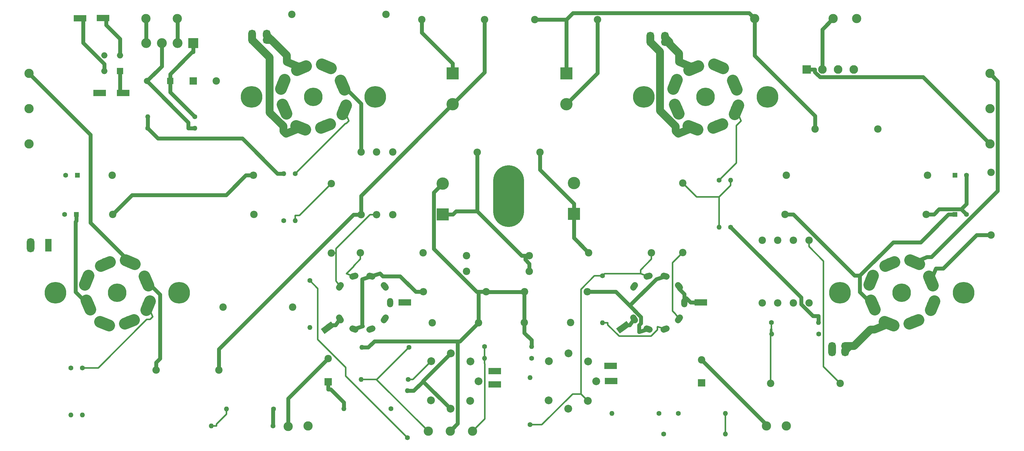
<source format=gbr>
G04 #@! TF.GenerationSoftware,KiCad,Pcbnew,(5.0.0)*
G04 #@! TF.CreationDate,2020-05-22T12:26:50+01:00*
G04 #@! TF.ProjectId,KIT88,4B495438382E6B696361645F70636200,rev?*
G04 #@! TF.SameCoordinates,Original*
G04 #@! TF.FileFunction,Copper,L2,Bot,Signal*
G04 #@! TF.FilePolarity,Positive*
%FSLAX46Y46*%
G04 Gerber Fmt 4.6, Leading zero omitted, Abs format (unit mm)*
G04 Created by KiCad (PCBNEW (5.0.0)) date 05/22/20 12:26:50*
%MOMM*%
%LPD*%
G01*
G04 APERTURE LIST*
G04 #@! TA.AperFunction,ComponentPad*
%ADD10C,3.000000*%
G04 #@! TD*
G04 #@! TA.AperFunction,ComponentPad*
%ADD11R,2.000000X2.100000*%
G04 #@! TD*
G04 #@! TA.AperFunction,ComponentPad*
%ADD12C,2.000000*%
G04 #@! TD*
G04 #@! TA.AperFunction,Conductor*
%ADD13C,0.100000*%
G04 #@! TD*
G04 #@! TA.AperFunction,ComponentPad*
%ADD14R,2.100000X2.000000*%
G04 #@! TD*
G04 #@! TA.AperFunction,ComponentPad*
%ADD15C,2.540000*%
G04 #@! TD*
G04 #@! TA.AperFunction,Conductor*
%ADD16C,2.000000*%
G04 #@! TD*
G04 #@! TA.AperFunction,ComponentPad*
%ADD17O,2.000000X3.000000*%
G04 #@! TD*
G04 #@! TA.AperFunction,ComponentPad*
%ADD18C,7.000000*%
G04 #@! TD*
G04 #@! TA.AperFunction,ComponentPad*
%ADD19C,6.000000*%
G04 #@! TD*
G04 #@! TA.AperFunction,ComponentPad*
%ADD20C,3.800000*%
G04 #@! TD*
G04 #@! TA.AperFunction,Conductor*
%ADD21C,3.800000*%
G04 #@! TD*
G04 #@! TA.AperFunction,ComponentPad*
%ADD22R,2.000000X2.000000*%
G04 #@! TD*
G04 #@! TA.AperFunction,ComponentPad*
%ADD23O,2.000000X2.000000*%
G04 #@! TD*
G04 #@! TA.AperFunction,ComponentPad*
%ADD24O,2.400000X2.400000*%
G04 #@! TD*
G04 #@! TA.AperFunction,ComponentPad*
%ADD25C,2.400000*%
G04 #@! TD*
G04 #@! TA.AperFunction,ComponentPad*
%ADD26C,2.800000*%
G04 #@! TD*
G04 #@! TA.AperFunction,ComponentPad*
%ADD27R,2.800000X2.800000*%
G04 #@! TD*
G04 #@! TA.AperFunction,ComponentPad*
%ADD28C,3.200000*%
G04 #@! TD*
G04 #@! TA.AperFunction,ComponentPad*
%ADD29R,3.200000X3.200000*%
G04 #@! TD*
G04 #@! TA.AperFunction,ComponentPad*
%ADD30C,4.000000*%
G04 #@! TD*
G04 #@! TA.AperFunction,ComponentPad*
%ADD31R,4.000000X4.000000*%
G04 #@! TD*
G04 #@! TA.AperFunction,ComponentPad*
%ADD32R,2.400000X2.400000*%
G04 #@! TD*
G04 #@! TA.AperFunction,ComponentPad*
%ADD33R,1.600000X1.600000*%
G04 #@! TD*
G04 #@! TA.AperFunction,ComponentPad*
%ADD34C,1.600000*%
G04 #@! TD*
G04 #@! TA.AperFunction,ComponentPad*
%ADD35O,1.600000X1.600000*%
G04 #@! TD*
G04 #@! TA.AperFunction,ComponentPad*
%ADD36O,10.000000X20.000000*%
G04 #@! TD*
G04 #@! TA.AperFunction,Conductor*
%ADD37C,1.270000*%
G04 #@! TD*
G04 #@! TA.AperFunction,Conductor*
%ADD38C,0.508000*%
G04 #@! TD*
G04 #@! TA.AperFunction,Conductor*
%ADD39C,2.540000*%
G04 #@! TD*
G04 APERTURE END LIST*
D10*
G04 #@! TO.P,TP1,1*
G04 #@! TO.N,/V3Anode*
X19050000Y-119380000D03*
G04 #@! TD*
G04 #@! TO.P,TP2,1*
G04 #@! TO.N,/TR2*
X56921400Y-101600000D03*
G04 #@! TD*
G04 #@! TO.P,TP6,1*
G04 #@! TO.N,/V1Anode*
X19050000Y-130810000D03*
G04 #@! TD*
G04 #@! TO.P,TP7,1*
G04 #@! TO.N,510v*
X19050000Y-142240000D03*
G04 #@! TD*
G04 #@! TO.P,TP8,1*
G04 #@! TO.N,510v*
X330200000Y-142240000D03*
G04 #@! TD*
G04 #@! TO.P,TP9,1*
G04 #@! TO.N,225v*
X254000000Y-101600000D03*
G04 #@! TD*
G04 #@! TO.P,TP10,1*
G04 #@! TO.N,/TR1*
X287020000Y-101600000D03*
G04 #@! TD*
G04 #@! TO.P,TP11,1*
G04 #@! TO.N,/TR6*
X279400000Y-101600000D03*
G04 #@! TD*
G04 #@! TO.P,TP12,1*
G04 #@! TO.N,/V2Anode*
X330200000Y-130810000D03*
G04 #@! TD*
G04 #@! TO.P,TP13,1*
G04 #@! TO.N,/V4Anode*
X330200000Y-119380000D03*
G04 #@! TD*
G04 #@! TO.P,TP14,1*
G04 #@! TO.N,GND*
X155410000Y-235344000D03*
G04 #@! TD*
G04 #@! TO.P,TP15,1*
G04 #@! TO.N,/FBR*
X109360000Y-233680000D03*
G04 #@! TD*
G04 #@! TO.P,TP16,1*
G04 #@! TO.N,/Signal1R*
X148298000Y-235344000D03*
G04 #@! TD*
G04 #@! TO.P,TP18,1*
G04 #@! TO.N,/Signal1L*
X162649000Y-235344000D03*
G04 #@! TD*
G04 #@! TO.P,TP19,1*
G04 #@! TO.N,/FBL*
X264287000Y-233680000D03*
G04 #@! TD*
G04 #@! TO.P,TP20,1*
G04 #@! TO.N,GND*
X257823000Y-233680000D03*
G04 #@! TD*
G04 #@! TO.P,TP21,1*
G04 #@! TO.N,GND*
X102959000Y-233832000D03*
G04 #@! TD*
G04 #@! TO.P,TP3,1*
G04 #@! TO.N,/TR5*
X67056000Y-101600000D03*
G04 #@! TD*
D11*
G04 #@! TO.P,TP100,1*
G04 #@! TO.N,/V1H+*
X91262200Y-108496000D03*
X91262200Y-106464000D03*
G04 #@! TD*
G04 #@! TO.P,TP101,1*
G04 #@! TO.N,/V1H-*
X96050100Y-106464000D03*
X96050100Y-108496000D03*
G04 #@! TD*
G04 #@! TO.P,TP200,1*
G04 #@! TO.N,/V2H+*
X220180000Y-109156000D03*
X220180000Y-107124000D03*
G04 #@! TD*
G04 #@! TO.P,TP201,1*
G04 #@! TO.N,/V2H-*
X224968000Y-107150000D03*
X224968000Y-109182000D03*
G04 #@! TD*
G04 #@! TO.P,TP300,1*
G04 #@! TO.N,/V3H+*
X19545300Y-176098000D03*
X19545300Y-174066000D03*
G04 #@! TD*
G04 #@! TO.P,TP301,1*
G04 #@! TO.N,/V3H-*
X25311100Y-174092000D03*
X25311100Y-176124000D03*
G04 #@! TD*
G04 #@! TO.P,TP400,1*
G04 #@! TO.N,/V4H+*
X283274000Y-209791000D03*
X283274000Y-207759000D03*
G04 #@! TD*
G04 #@! TO.P,TP401,1*
G04 #@! TO.N,/V4H-*
X279082000Y-207759000D03*
X279082000Y-209791000D03*
G04 #@! TD*
D12*
G04 #@! TO.P,TP50,1*
G04 #@! TO.N,/V5H-*
X116603923Y-201205620D03*
D13*
G04 #@! TD*
G04 #@! TO.N,/V5H-*
G04 #@! TO.C,TP50*
G36*
X116342240Y-202631812D02*
X115166670Y-201013778D01*
X116865606Y-199779428D01*
X118041176Y-201397462D01*
X116342240Y-202631812D01*
X116342240Y-202631812D01*
G37*
D12*
G04 #@! TO.P,TP50,1*
G04 #@! TO.N,/V5H-*
X114960000Y-202400000D03*
D13*
G04 #@! TD*
G04 #@! TO.N,/V5H-*
G04 #@! TO.C,TP50*
G36*
X114698317Y-203826192D02*
X113522747Y-202208158D01*
X115221683Y-200973808D01*
X116397253Y-202591842D01*
X114698317Y-203826192D01*
X114698317Y-203826192D01*
G37*
D14*
G04 #@! TO.P,TP51,1*
G04 #@! TO.N,/V5H+*
X141707000Y-193650000D03*
X139675000Y-193650000D03*
G04 #@! TD*
D12*
G04 #@! TO.P,TP60,1*
G04 #@! TO.N,/V6H-*
X212247923Y-201078620D03*
D13*
G04 #@! TD*
G04 #@! TO.N,/V6H-*
G04 #@! TO.C,TP60*
G36*
X211986240Y-202504812D02*
X210810670Y-200886778D01*
X212509606Y-199652428D01*
X213685176Y-201270462D01*
X211986240Y-202504812D01*
X211986240Y-202504812D01*
G37*
D12*
G04 #@! TO.P,TP60,1*
G04 #@! TO.N,/V6H-*
X210604000Y-202273000D03*
D13*
G04 #@! TD*
G04 #@! TO.N,/V6H-*
G04 #@! TO.C,TP60*
G36*
X210342317Y-203699192D02*
X209166747Y-202081158D01*
X210865683Y-200846808D01*
X212041253Y-202464842D01*
X210342317Y-203699192D01*
X210342317Y-203699192D01*
G37*
D14*
G04 #@! TO.P,TP61,1*
G04 #@! TO.N,/V6H+*
X237617000Y-193650000D03*
X235585000Y-193650000D03*
G04 #@! TD*
G04 #@! TO.P,TP80,1*
G04 #@! TO.N,/V8H-*
X208572000Y-219100000D03*
X206540000Y-219100000D03*
G04 #@! TD*
G04 #@! TO.P,TP81,1*
G04 #@! TO.N,/V8H+*
X208394000Y-214211000D03*
X206362000Y-214211000D03*
G04 #@! TD*
G04 #@! TO.P,TP90,1*
G04 #@! TO.N,/Stage1Heater+*
X50546000Y-125730000D03*
X48514000Y-125730000D03*
G04 #@! TD*
G04 #@! TO.P,TP91,1*
G04 #@! TO.N,/Stage1Heater-*
X42926000Y-125730000D03*
X40894000Y-125730000D03*
G04 #@! TD*
G04 #@! TO.P,TP70,1*
G04 #@! TO.N,/V7H-*
X170878000Y-220167000D03*
X168846000Y-220167000D03*
G04 #@! TD*
G04 #@! TO.P,TP71,1*
G04 #@! TO.N,/V7H+*
X170878000Y-215900000D03*
X168846000Y-215900000D03*
G04 #@! TD*
G04 #@! TO.P,TP5,1*
G04 #@! TO.N,/TR4*
X43992800Y-101410000D03*
X41960800Y-101410000D03*
G04 #@! TD*
G04 #@! TO.P,TP4,1*
G04 #@! TO.N,/TR3*
X36563300Y-101511000D03*
X34531300Y-101511000D03*
G04 #@! TD*
D15*
G04 #@! TO.P,U7,7*
G04 #@! TO.N,/U7Cathode*
X149158749Y-225377493D03*
G04 #@! TO.P,U7,6*
G04 #@! TO.N,/U7Grid*
X155498468Y-228068545D03*
G04 #@! TO.P,U7,5*
G04 #@! TO.N,/Signal2R*
X161877493Y-225491251D03*
G04 #@! TO.P,U7,4*
G04 #@! TO.N,/V7H-*
X164568545Y-219151532D03*
G04 #@! TO.P,U7,3*
G04 #@! TO.N,/V7H+*
X161991251Y-212772507D03*
G04 #@! TO.P,U7,2*
G04 #@! TO.N,/U7Grid*
X155651532Y-210081455D03*
G04 #@! TO.P,U7,1*
G04 #@! TO.N,/V7Input*
X149272507Y-212658749D03*
G04 #@! TD*
G04 #@! TO.P,U8,7*
G04 #@! TO.N,/U8Cathode*
X187258749Y-225377493D03*
G04 #@! TO.P,U8,6*
G04 #@! TO.N,/U8Grid*
X193598468Y-228068545D03*
G04 #@! TO.P,U8,5*
G04 #@! TO.N,/Signal2L*
X199977493Y-225491251D03*
G04 #@! TO.P,U8,4*
G04 #@! TO.N,/V8H-*
X202668545Y-219151532D03*
G04 #@! TO.P,U8,3*
G04 #@! TO.N,/V8H+*
X200091251Y-212772507D03*
G04 #@! TO.P,U8,2*
G04 #@! TO.N,/U8Grid*
X193751532Y-210081455D03*
G04 #@! TO.P,U8,1*
G04 #@! TO.N,/V8Input*
X187372507Y-212658749D03*
G04 #@! TD*
D12*
G04 #@! TO.P,U5,1*
G04 #@! TO.N,/Signal3Ra*
X119720000Y-188385000D03*
D16*
G04 #@! TD*
G04 #@! TO.N,/Signal3Ra*
G04 #@! TO.C,U5*
X119426107Y-188789508D02*
X120013893Y-187980492D01*
D12*
G04 #@! TO.P,U5,2*
G04 #@! TO.N,/Signal2R*
X124220000Y-185115000D03*
D16*
G04 #@! TD*
G04 #@! TO.N,/Signal2R*
G04 #@! TO.C,U5*
X123744472Y-185269508D02*
X124695528Y-184960492D01*
D12*
G04 #@! TO.P,U5,3*
G04 #@! TO.N,/U5Cathode*
X129780000Y-185115000D03*
D16*
G04 #@! TD*
G04 #@! TO.N,/U5Cathode*
G04 #@! TO.C,U5*
X129304472Y-184960492D02*
X130255528Y-185269508D01*
D12*
G04 #@! TO.P,U5,4*
G04 #@! TO.N,/V5H+*
X134280000Y-188385000D03*
D16*
G04 #@! TD*
G04 #@! TO.N,/V5H+*
G04 #@! TO.C,U5*
X133986107Y-187980492D02*
X134573893Y-188789508D01*
D17*
G04 #@! TO.P,U5,5*
G04 #@! TO.N,/V5H+*
X136000000Y-193675000D03*
D12*
G04 #@! TO.P,U5,6*
G04 #@! TO.N,/Signal3Rb*
X134280000Y-198965000D03*
D16*
G04 #@! TD*
G04 #@! TO.N,/Signal3Rb*
G04 #@! TO.C,U5*
X133986107Y-199369508D02*
X134573893Y-198560492D01*
D12*
G04 #@! TO.P,U5,7*
G04 #@! TO.N,/Signal3R*
X129780000Y-202235000D03*
D16*
G04 #@! TD*
G04 #@! TO.N,/Signal3R*
G04 #@! TO.C,U5*
X129304472Y-202389508D02*
X130255528Y-202080492D01*
D12*
G04 #@! TO.P,U5,8*
G04 #@! TO.N,/U5Cathode*
X124220000Y-202235000D03*
D16*
G04 #@! TD*
G04 #@! TO.N,/U5Cathode*
G04 #@! TO.C,U5*
X123744472Y-202080492D02*
X124695528Y-202389508D01*
D12*
G04 #@! TO.P,U5,9*
G04 #@! TO.N,/V5H-*
X119720000Y-198965000D03*
D16*
G04 #@! TD*
G04 #@! TO.N,/V5H-*
G04 #@! TO.C,U5*
X119426107Y-198560492D02*
X120013893Y-199369508D01*
D12*
G04 #@! TO.P,U6,1*
G04 #@! TO.N,/Signal3La*
X214970000Y-188385000D03*
D16*
G04 #@! TD*
G04 #@! TO.N,/Signal3La*
G04 #@! TO.C,U6*
X214676107Y-188789508D02*
X215263893Y-187980492D01*
D12*
G04 #@! TO.P,U6,2*
G04 #@! TO.N,/Signal2L*
X219470000Y-185115000D03*
D16*
G04 #@! TD*
G04 #@! TO.N,/Signal2L*
G04 #@! TO.C,U6*
X218994472Y-185269508D02*
X219945528Y-184960492D01*
D12*
G04 #@! TO.P,U6,3*
G04 #@! TO.N,/U6Cathode*
X225030000Y-185115000D03*
D16*
G04 #@! TD*
G04 #@! TO.N,/U6Cathode*
G04 #@! TO.C,U6*
X224554472Y-184960492D02*
X225505528Y-185269508D01*
D12*
G04 #@! TO.P,U6,4*
G04 #@! TO.N,/V6H+*
X229530000Y-188385000D03*
D16*
G04 #@! TD*
G04 #@! TO.N,/V6H+*
G04 #@! TO.C,U6*
X229236107Y-187980492D02*
X229823893Y-188789508D01*
D17*
G04 #@! TO.P,U6,5*
G04 #@! TO.N,/V6H+*
X231250000Y-193675000D03*
D12*
G04 #@! TO.P,U6,6*
G04 #@! TO.N,/Signal3Lb*
X229530000Y-198965000D03*
D16*
G04 #@! TD*
G04 #@! TO.N,/Signal3Lb*
G04 #@! TO.C,U6*
X229236107Y-199369508D02*
X229823893Y-198560492D01*
D12*
G04 #@! TO.P,U6,7*
G04 #@! TO.N,/Signal3L*
X225030000Y-202235000D03*
D16*
G04 #@! TD*
G04 #@! TO.N,/Signal3L*
G04 #@! TO.C,U6*
X224554472Y-202389508D02*
X225505528Y-202080492D01*
D12*
G04 #@! TO.P,U6,8*
G04 #@! TO.N,/U6Cathode*
X219470000Y-202235000D03*
D16*
G04 #@! TD*
G04 #@! TO.N,/U6Cathode*
G04 #@! TO.C,U6*
X218994472Y-202080492D02*
X219945528Y-202389508D01*
D12*
G04 #@! TO.P,U6,9*
G04 #@! TO.N,/V6H-*
X214970000Y-198965000D03*
D16*
G04 #@! TD*
G04 #@! TO.N,/V6H-*
G04 #@! TO.C,U6*
X214676107Y-198560492D02*
X215263893Y-199369508D01*
D18*
G04 #@! TO.P,U2,10*
G04 #@! TO.N,N/C*
X258125000Y-127000000D03*
G04 #@! TO.P,U2,9*
X218125000Y-127000000D03*
D19*
G04 #@! TO.P,U2,*
G04 #@! TO.N,*
X238125000Y-127000000D03*
D20*
G04 #@! TO.P,U2,8*
G04 #@! TO.N,/V2Cathode*
X228738384Y-130888064D03*
D21*
G04 #@! TD*
G04 #@! TO.N,/V2Cathode*
G04 #@! TO.C,U2*
X229350677Y-132366271D02*
X228126091Y-129409857D01*
D20*
G04 #@! TO.P,U2,7*
G04 #@! TO.N,/V2H+*
X234001086Y-136956010D03*
D21*
G04 #@! TD*
G04 #@! TO.N,/V2H+*
G04 #@! TO.C,U2*
X235479293Y-137568303D02*
X232522879Y-136343717D01*
D20*
G04 #@! TO.P,U2,6*
G04 #@! TO.N,N/C*
X242013064Y-136386616D03*
D21*
G04 #@! TD*
G04 #@! TO.N,N/C*
G04 #@! TO.C,U2*
X240534857Y-136998909D02*
X243491271Y-135774323D01*
D20*
G04 #@! TO.P,U2,5*
G04 #@! TO.N,/Signal5Lb*
X248081010Y-131123914D03*
D21*
G04 #@! TD*
G04 #@! TO.N,/Signal5Lb*
G04 #@! TO.C,U2*
X247468717Y-132602121D02*
X248693303Y-129645707D01*
D20*
G04 #@! TO.P,U2,4*
G04 #@! TO.N,/V2Grid*
X247511616Y-123111936D03*
D21*
G04 #@! TD*
G04 #@! TO.N,/V2Grid*
G04 #@! TO.C,U2*
X248123909Y-124590143D02*
X246899323Y-121633729D01*
D20*
G04 #@! TO.P,U2,3*
G04 #@! TO.N,/V2Anode*
X242248914Y-117043990D03*
D21*
G04 #@! TD*
G04 #@! TO.N,/V2Anode*
G04 #@! TO.C,U2*
X240770707Y-116431697D02*
X243727121Y-117656283D01*
D20*
G04 #@! TO.P,U2,2*
G04 #@! TO.N,/V2H-*
X234236936Y-117613384D03*
D21*
G04 #@! TD*
G04 #@! TO.N,/V2H-*
G04 #@! TO.C,U2*
X235715143Y-117001091D02*
X232758729Y-118225677D01*
D20*
G04 #@! TO.P,U2,1*
G04 #@! TO.N,N/C*
X228168990Y-122876086D03*
D21*
G04 #@! TD*
G04 #@! TO.N,N/C*
G04 #@! TO.C,U2*
X227556697Y-124354293D02*
X228781283Y-121397879D01*
D18*
G04 #@! TO.P,U4,10*
G04 #@! TO.N,N/C*
X321625000Y-190500000D03*
G04 #@! TO.P,U4,9*
X281625000Y-190500000D03*
D19*
G04 #@! TO.P,U4,*
G04 #@! TO.N,*
X301625000Y-190500000D03*
D20*
G04 #@! TO.P,U4,8*
G04 #@! TO.N,/V4Cathode*
X292238384Y-194388064D03*
D21*
G04 #@! TD*
G04 #@! TO.N,/V4Cathode*
G04 #@! TO.C,U4*
X292850677Y-195866271D02*
X291626091Y-192909857D01*
D20*
G04 #@! TO.P,U4,7*
G04 #@! TO.N,/V4H+*
X297501086Y-200456010D03*
D21*
G04 #@! TD*
G04 #@! TO.N,/V4H+*
G04 #@! TO.C,U4*
X298979293Y-201068303D02*
X296022879Y-199843717D01*
D20*
G04 #@! TO.P,U4,6*
G04 #@! TO.N,N/C*
X305513064Y-199886616D03*
D21*
G04 #@! TD*
G04 #@! TO.N,N/C*
G04 #@! TO.C,U4*
X304034857Y-200498909D02*
X306991271Y-199274323D01*
D20*
G04 #@! TO.P,U4,5*
G04 #@! TO.N,/Signal5La*
X311581010Y-194623914D03*
D21*
G04 #@! TD*
G04 #@! TO.N,/Signal5La*
G04 #@! TO.C,U4*
X310968717Y-196102121D02*
X312193303Y-193145707D01*
D20*
G04 #@! TO.P,U4,4*
G04 #@! TO.N,/V4Grid*
X311011616Y-186611936D03*
D21*
G04 #@! TD*
G04 #@! TO.N,/V4Grid*
G04 #@! TO.C,U4*
X311623909Y-188090143D02*
X310399323Y-185133729D01*
D20*
G04 #@! TO.P,U4,3*
G04 #@! TO.N,/V4Anode*
X305748914Y-180543990D03*
D21*
G04 #@! TD*
G04 #@! TO.N,/V4Anode*
G04 #@! TO.C,U4*
X304270707Y-179931697D02*
X307227121Y-181156283D01*
D20*
G04 #@! TO.P,U4,2*
G04 #@! TO.N,/V4H-*
X297736936Y-181113384D03*
D21*
G04 #@! TD*
G04 #@! TO.N,/V4H-*
G04 #@! TO.C,U4*
X299215143Y-180501091D02*
X296258729Y-181725677D01*
D20*
G04 #@! TO.P,U4,1*
G04 #@! TO.N,N/C*
X291668990Y-186376086D03*
D21*
G04 #@! TD*
G04 #@! TO.N,N/C*
G04 #@! TO.C,U4*
X291056697Y-187854293D02*
X292281283Y-184897879D01*
D18*
G04 #@! TO.P,U1,10*
G04 #@! TO.N,N/C*
X131125000Y-127000000D03*
G04 #@! TO.P,U1,9*
X91125000Y-127000000D03*
D19*
G04 #@! TO.P,U1,*
G04 #@! TO.N,*
X111125000Y-127000000D03*
D20*
G04 #@! TO.P,U1,8*
G04 #@! TO.N,/V1Cathode*
X101738384Y-130888064D03*
D21*
G04 #@! TD*
G04 #@! TO.N,/V1Cathode*
G04 #@! TO.C,U1*
X102350677Y-132366271D02*
X101126091Y-129409857D01*
D20*
G04 #@! TO.P,U1,7*
G04 #@! TO.N,/V1H+*
X107001086Y-136956010D03*
D21*
G04 #@! TD*
G04 #@! TO.N,/V1H+*
G04 #@! TO.C,U1*
X108479293Y-137568303D02*
X105522879Y-136343717D01*
D20*
G04 #@! TO.P,U1,6*
G04 #@! TO.N,N/C*
X115013064Y-136386616D03*
D21*
G04 #@! TD*
G04 #@! TO.N,N/C*
G04 #@! TO.C,U1*
X113534857Y-136998909D02*
X116491271Y-135774323D01*
D20*
G04 #@! TO.P,U1,5*
G04 #@! TO.N,/Signal5Ra*
X121081010Y-131123914D03*
D21*
G04 #@! TD*
G04 #@! TO.N,/Signal5Ra*
G04 #@! TO.C,U1*
X120468717Y-132602121D02*
X121693303Y-129645707D01*
D20*
G04 #@! TO.P,U1,4*
G04 #@! TO.N,/V1Grid*
X120511616Y-123111936D03*
D21*
G04 #@! TD*
G04 #@! TO.N,/V1Grid*
G04 #@! TO.C,U1*
X121123909Y-124590143D02*
X119899323Y-121633729D01*
D20*
G04 #@! TO.P,U1,3*
G04 #@! TO.N,/V1Anode*
X115248914Y-117043990D03*
D21*
G04 #@! TD*
G04 #@! TO.N,/V1Anode*
G04 #@! TO.C,U1*
X113770707Y-116431697D02*
X116727121Y-117656283D01*
D20*
G04 #@! TO.P,U1,2*
G04 #@! TO.N,/V1H-*
X107236936Y-117613384D03*
D21*
G04 #@! TD*
G04 #@! TO.N,/V1H-*
G04 #@! TO.C,U1*
X108715143Y-117001091D02*
X105758729Y-118225677D01*
D20*
G04 #@! TO.P,U1,1*
G04 #@! TO.N,N/C*
X101168990Y-122876086D03*
D21*
G04 #@! TD*
G04 #@! TO.N,N/C*
G04 #@! TO.C,U1*
X100556697Y-124354293D02*
X101781283Y-121397879D01*
D18*
G04 #@! TO.P,U3,10*
G04 #@! TO.N,N/C*
X67625000Y-190500000D03*
G04 #@! TO.P,U3,9*
X27625000Y-190500000D03*
D19*
G04 #@! TO.P,U3,*
G04 #@! TO.N,*
X47625000Y-190500000D03*
D20*
G04 #@! TO.P,U3,8*
G04 #@! TO.N,/V3Cathode*
X38238384Y-194388064D03*
D21*
G04 #@! TD*
G04 #@! TO.N,/V3Cathode*
G04 #@! TO.C,U3*
X38850677Y-195866271D02*
X37626091Y-192909857D01*
D20*
G04 #@! TO.P,U3,7*
G04 #@! TO.N,/V3H+*
X43501086Y-200456010D03*
D21*
G04 #@! TD*
G04 #@! TO.N,/V3H+*
G04 #@! TO.C,U3*
X44979293Y-201068303D02*
X42022879Y-199843717D01*
D20*
G04 #@! TO.P,U3,6*
G04 #@! TO.N,N/C*
X51513064Y-199886616D03*
D21*
G04 #@! TD*
G04 #@! TO.N,N/C*
G04 #@! TO.C,U3*
X50034857Y-200498909D02*
X52991271Y-199274323D01*
D20*
G04 #@! TO.P,U3,5*
G04 #@! TO.N,/Signal5Rb*
X57581010Y-194623914D03*
D21*
G04 #@! TD*
G04 #@! TO.N,/Signal5Rb*
G04 #@! TO.C,U3*
X56968717Y-196102121D02*
X58193303Y-193145707D01*
D20*
G04 #@! TO.P,U3,4*
G04 #@! TO.N,/V3Grid*
X57011616Y-186611936D03*
D21*
G04 #@! TD*
G04 #@! TO.N,/V3Grid*
G04 #@! TO.C,U3*
X57623909Y-188090143D02*
X56399323Y-185133729D01*
D20*
G04 #@! TO.P,U3,3*
G04 #@! TO.N,/V3Anode*
X51748914Y-180543990D03*
D21*
G04 #@! TD*
G04 #@! TO.N,/V3Anode*
G04 #@! TO.C,U3*
X50270707Y-179931697D02*
X53227121Y-181156283D01*
D20*
G04 #@! TO.P,U3,2*
G04 #@! TO.N,/V3H-*
X43736936Y-181113384D03*
D21*
G04 #@! TD*
G04 #@! TO.N,/V3H-*
G04 #@! TO.C,U3*
X45215143Y-180501091D02*
X42258729Y-181725677D01*
D20*
G04 #@! TO.P,U3,1*
G04 #@! TO.N,N/C*
X37668990Y-186376086D03*
D21*
G04 #@! TD*
G04 #@! TO.N,N/C*
G04 #@! TO.C,U3*
X37056697Y-187854293D02*
X38281283Y-184897879D01*
D22*
G04 #@! TO.P,BR2,1*
G04 #@! TO.N,/Stage1Heater+*
X48475900Y-118567000D03*
D23*
G04 #@! TO.P,BR2,3*
G04 #@! TO.N,/Stage1Heater-*
X43395900Y-113487000D03*
G04 #@! TO.P,BR2,2*
G04 #@! TO.N,/TR4*
X48475900Y-113487000D03*
G04 #@! TO.P,BR2,4*
G04 #@! TO.N,/TR3*
X43395900Y-118567000D03*
G04 #@! TD*
D24*
G04 #@! TO.P,R13,2*
G04 #@! TO.N,GND*
X91719400Y-152400000D03*
D25*
G04 #@! TO.P,R13,1*
G04 #@! TO.N,/V1Cathode*
X45999400Y-152400000D03*
G04 #@! TD*
G04 #@! TO.P,R14,1*
G04 #@! TO.N,GND*
X264261000Y-152400000D03*
D24*
G04 #@! TO.P,R14,2*
G04 #@! TO.N,/V2Cathode*
X309981000Y-152400000D03*
G04 #@! TD*
D25*
G04 #@! TO.P,R15,1*
G04 #@! TO.N,GND*
X46126400Y-165100000D03*
D24*
G04 #@! TO.P,R15,2*
G04 #@! TO.N,/V3Cathode*
X91846400Y-165100000D03*
G04 #@! TD*
G04 #@! TO.P,R16,2*
G04 #@! TO.N,GND*
X309575000Y-165100000D03*
D25*
G04 #@! TO.P,R16,1*
G04 #@! TO.N,/V4Cathode*
X263855000Y-165100000D03*
G04 #@! TD*
D26*
G04 #@! TO.P,BR1,4*
G04 #@! TO.N,/TR1*
X286055000Y-118059000D03*
G04 #@! TO.P,BR1,3*
G04 #@! TO.N,GND*
X280975000Y-118059000D03*
G04 #@! TO.P,BR1,2*
G04 #@! TO.N,/TR6*
X275895000Y-118059000D03*
D27*
G04 #@! TO.P,BR1,1*
G04 #@! TO.N,510v*
X270815000Y-118059000D03*
G04 #@! TD*
D28*
G04 #@! TO.P,BR3,4*
G04 #@! TO.N,/TR2*
X56972200Y-109576000D03*
G04 #@! TO.P,BR3,3*
G04 #@! TO.N,/BiasV*
X62052200Y-109576000D03*
G04 #@! TO.P,BR3,2*
G04 #@! TO.N,/TR5*
X67132200Y-109576000D03*
D29*
G04 #@! TO.P,BR3,1*
G04 #@! TO.N,GND*
X72212200Y-109576000D03*
G04 #@! TD*
D30*
G04 #@! TO.P,C1,2*
G04 #@! TO.N,225v*
X156210000Y-129380000D03*
D31*
G04 #@! TO.P,C1,1*
G04 #@! TO.N,510v*
X156210000Y-119380000D03*
G04 #@! TD*
G04 #@! TO.P,C2,1*
G04 #@! TO.N,225v*
X193040000Y-119380000D03*
D30*
G04 #@! TO.P,C2,2*
G04 #@! TO.N,GND*
X193040000Y-129380000D03*
G04 #@! TD*
D32*
G04 #@! TO.P,C3,1*
G04 #@! TO.N,/Stage1Heater+*
X72212200Y-121818000D03*
D25*
G04 #@! TO.P,C3,2*
G04 #@! TO.N,/Stage1Heater-*
X79712200Y-121818000D03*
G04 #@! TD*
D22*
G04 #@! TO.P,C4,1*
G04 #@! TO.N,GND*
X64744600Y-121844000D03*
D12*
G04 #@! TO.P,C4,2*
G04 #@! TO.N,/BiasV*
X57244600Y-121844000D03*
G04 #@! TD*
D31*
G04 #@! TO.P,C5,1*
G04 #@! TO.N,365v*
X153035000Y-165062000D03*
D30*
G04 #@! TO.P,C5,2*
G04 #@! TO.N,GND*
X153035000Y-155062000D03*
G04 #@! TD*
G04 #@! TO.P,C6,2*
G04 #@! TO.N,GND*
X195491000Y-154884000D03*
D31*
G04 #@! TO.P,C6,1*
G04 #@! TO.N,290v*
X195491000Y-164884000D03*
G04 #@! TD*
D25*
G04 #@! TO.P,C7,1*
G04 #@! TO.N,/Signal4Ra*
X116916000Y-155105000D03*
G04 #@! TO.P,C7,2*
G04 #@! TO.N,/Signal3Ra*
X116916000Y-177605000D03*
G04 #@! TD*
G04 #@! TO.P,C8,1*
G04 #@! TO.N,/Signal4Lb*
X230759000Y-154902000D03*
G04 #@! TO.P,C8,2*
G04 #@! TO.N,/Signal3Lb*
X230759000Y-177402000D03*
G04 #@! TD*
D33*
G04 #@! TO.P,C9,1*
G04 #@! TO.N,/V1Cathode*
X34721800Y-152400000D03*
D34*
G04 #@! TO.P,C9,2*
G04 #@! TO.N,GND*
X30921800Y-152400000D03*
G04 #@! TD*
G04 #@! TO.P,C10,2*
G04 #@! TO.N,GND*
X322621000Y-152400000D03*
D33*
G04 #@! TO.P,C10,1*
G04 #@! TO.N,/V2Cathode*
X318821000Y-152400000D03*
G04 #@! TD*
D34*
G04 #@! TO.P,C11,2*
G04 #@! TO.N,GND*
X30566200Y-165100000D03*
D33*
G04 #@! TO.P,C11,1*
G04 #@! TO.N,/V3Cathode*
X34366200Y-165100000D03*
G04 #@! TD*
G04 #@! TO.P,C12,1*
G04 #@! TO.N,/V4Cathode*
X318821000Y-165100000D03*
D34*
G04 #@! TO.P,C12,2*
G04 #@! TO.N,GND*
X322621000Y-165100000D03*
G04 #@! TD*
D25*
G04 #@! TO.P,C13,1*
G04 #@! TO.N,/Signal3R*
X149606000Y-200203000D03*
G04 #@! TO.P,C13,2*
G04 #@! TO.N,GND*
X164606000Y-200203000D03*
G04 #@! TD*
G04 #@! TO.P,C14,2*
G04 #@! TO.N,GND*
X179437000Y-200101000D03*
G04 #@! TO.P,C14,1*
G04 #@! TO.N,/Signal3L*
X194437000Y-200101000D03*
G04 #@! TD*
G04 #@! TO.P,C15,2*
G04 #@! TO.N,/Signal3Rb*
X104402300Y-195174000D03*
G04 #@! TO.P,C15,1*
G04 #@! TO.N,/Signal4Rb*
X81902300Y-195174000D03*
G04 #@! TD*
G04 #@! TO.P,C16,2*
G04 #@! TO.N,/Signal3La*
X281707000Y-219837000D03*
G04 #@! TO.P,C16,1*
G04 #@! TO.N,/Signal4La*
X259207000Y-219837000D03*
G04 #@! TD*
D32*
G04 #@! TO.P,C17,1*
G04 #@! TO.N,/U7Cathode2*
X115913000Y-219342000D03*
D25*
G04 #@! TO.P,C17,2*
G04 #@! TO.N,GND*
X115913000Y-211842000D03*
G04 #@! TD*
G04 #@! TO.P,C18,2*
G04 #@! TO.N,GND*
X236792000Y-212223000D03*
D32*
G04 #@! TO.P,C18,1*
G04 #@! TO.N,/U8Cathode2*
X236792000Y-219723000D03*
G04 #@! TD*
D34*
G04 #@! TO.P,C19,1*
G04 #@! TO.N,/U7Cathode*
X98056700Y-233655000D03*
D35*
G04 #@! TO.P,C19,2*
G04 #@! TO.N,/FBR*
X78056700Y-233655000D03*
G04 #@! TD*
D25*
G04 #@! TO.P,R1,1*
G04 #@! TO.N,365v*
X104127000Y-100216000D03*
D24*
G04 #@! TO.P,R1,2*
G04 #@! TO.N,510v*
X134607000Y-100216000D03*
G04 #@! TD*
D35*
G04 #@! TO.P,R3,2*
G04 #@! TO.N,-10v*
X57480200Y-133401000D03*
D34*
G04 #@! TO.P,R3,1*
G04 #@! TO.N,GND*
X72720200Y-133401000D03*
G04 #@! TD*
D25*
G04 #@! TO.P,R4,1*
G04 #@! TO.N,290v*
X184506000Y-144958000D03*
D24*
G04 #@! TO.P,R4,2*
G04 #@! TO.N,365v*
X164186000Y-144958000D03*
G04 #@! TD*
D34*
G04 #@! TO.P,R5,1*
G04 #@! TO.N,-10v*
X57467500Y-137109000D03*
D35*
G04 #@! TO.P,R5,2*
G04 #@! TO.N,/BiasV*
X72707500Y-137109000D03*
G04 #@! TD*
D25*
G04 #@! TO.P,R6,1*
G04 #@! TO.N,/V1Grid*
X126556000Y-144843000D03*
D24*
G04 #@! TO.P,R6,2*
G04 #@! TO.N,225v*
X126556000Y-165163000D03*
G04 #@! TD*
D34*
G04 #@! TO.P,R8,1*
G04 #@! TO.N,/Signal5Ra*
X105283000Y-151841000D03*
D35*
G04 #@! TO.P,R8,2*
G04 #@! TO.N,/Signal4Ra*
X105283000Y-167081000D03*
G04 #@! TD*
G04 #@! TO.P,R9,2*
G04 #@! TO.N,-10v*
X101549000Y-151828000D03*
D34*
G04 #@! TO.P,R9,1*
G04 #@! TO.N,/Signal4Ra*
X101549000Y-167068000D03*
G04 #@! TD*
D35*
G04 #@! TO.P,R10,2*
G04 #@! TO.N,/Signal4Lb*
X242519000Y-169189000D03*
D34*
G04 #@! TO.P,R10,1*
G04 #@! TO.N,/Signal5Lb*
X242519000Y-153949000D03*
G04 #@! TD*
D35*
G04 #@! TO.P,R11,2*
G04 #@! TO.N,/Signal4Lb*
X246253000Y-153962000D03*
D34*
G04 #@! TO.P,R11,1*
G04 #@! TO.N,-10v*
X246253000Y-169202000D03*
G04 #@! TD*
D24*
G04 #@! TO.P,R12,2*
G04 #@! TO.N,/V2Grid*
X293916000Y-137401000D03*
D25*
G04 #@! TO.P,R12,1*
G04 #@! TO.N,225v*
X273596000Y-137401000D03*
G04 #@! TD*
D24*
G04 #@! TO.P,R17,2*
G04 #@! TO.N,/Signal2R*
X126365000Y-177508000D03*
D25*
G04 #@! TO.P,R17,1*
G04 #@! TO.N,290v*
X146685000Y-177508000D03*
G04 #@! TD*
D24*
G04 #@! TO.P,R18,2*
G04 #@! TO.N,/Signal2L*
X220599000Y-177508000D03*
D25*
G04 #@! TO.P,R18,1*
G04 #@! TO.N,290v*
X200279000Y-177508000D03*
G04 #@! TD*
D24*
G04 #@! TO.P,R21,2*
G04 #@! TO.N,/U5Cathode*
X146723000Y-190170000D03*
D25*
G04 #@! TO.P,R21,1*
G04 #@! TO.N,GND*
X167043000Y-190170000D03*
G04 #@! TD*
D24*
G04 #@! TO.P,R22,2*
G04 #@! TO.N,/U6Cathode*
X199784000Y-190170000D03*
D25*
G04 #@! TO.P,R22,1*
G04 #@! TO.N,GND*
X179464000Y-190170000D03*
G04 #@! TD*
D35*
G04 #@! TO.P,R23,2*
G04 #@! TO.N,/Signal3R*
X109957000Y-201778000D03*
D34*
G04 #@! TO.P,R23,1*
G04 #@! TO.N,/Signal2R*
X109957000Y-186538000D03*
G04 #@! TD*
G04 #@! TO.P,R25,1*
G04 #@! TO.N,/Signal2L*
X204737000Y-185014000D03*
D35*
G04 #@! TO.P,R25,2*
G04 #@! TO.N,/Signal3L*
X204737000Y-200254000D03*
G04 #@! TD*
D34*
G04 #@! TO.P,R26,1*
G04 #@! TO.N,/Signal4La*
X259461000Y-200114000D03*
D35*
G04 #@! TO.P,R26,2*
G04 #@! TO.N,-10v*
X274701000Y-200114000D03*
G04 #@! TD*
G04 #@! TO.P,R27,2*
G04 #@! TO.N,/Signal4La*
X259474000Y-203873000D03*
D34*
G04 #@! TO.P,R27,1*
G04 #@! TO.N,/Signal5La*
X274714000Y-203873000D03*
G04 #@! TD*
G04 #@! TO.P,R28,1*
G04 #@! TO.N,/Signal1R*
X142075000Y-208166000D03*
D35*
G04 #@! TO.P,R28,2*
G04 #@! TO.N,GND*
X126835000Y-208166000D03*
G04 #@! TD*
D34*
G04 #@! TO.P,R29,1*
G04 #@! TO.N,/Signal1L*
X166522000Y-207912000D03*
D35*
G04 #@! TO.P,R29,2*
G04 #@! TO.N,GND*
X181762000Y-207912000D03*
G04 #@! TD*
D34*
G04 #@! TO.P,R30,1*
G04 #@! TO.N,-10v*
X32562800Y-214833000D03*
D35*
G04 #@! TO.P,R30,2*
G04 #@! TO.N,/Signal4Rb*
X32562800Y-230073000D03*
G04 #@! TD*
G04 #@! TO.P,R31,2*
G04 #@! TO.N,/Signal4Rb*
X36322000Y-230060000D03*
D34*
G04 #@! TO.P,R31,1*
G04 #@! TO.N,/Signal5Rb*
X36322000Y-214820000D03*
G04 #@! TD*
D24*
G04 #@! TO.P,R32,2*
G04 #@! TO.N,/V3Grid*
X60159900Y-215544000D03*
D25*
G04 #@! TO.P,R32,1*
G04 #@! TO.N,225v*
X80479900Y-215544000D03*
G04 #@! TD*
G04 #@! TO.P,R33,1*
G04 #@! TO.N,/V4Grid*
X330581000Y-171755000D03*
D24*
G04 #@! TO.P,R33,2*
G04 #@! TO.N,225v*
X330581000Y-151435000D03*
G04 #@! TD*
D34*
G04 #@! TO.P,R34,1*
G04 #@! TO.N,/V7Input*
X141833000Y-218567000D03*
D35*
G04 #@! TO.P,R34,2*
G04 #@! TO.N,/Signal1R*
X126593000Y-218567000D03*
G04 #@! TD*
G04 #@! TO.P,R35,2*
G04 #@! TO.N,/Signal1L*
X166510000Y-211696000D03*
D34*
G04 #@! TO.P,R35,1*
G04 #@! TO.N,/V8Input*
X181750000Y-211696000D03*
G04 #@! TD*
D35*
G04 #@! TO.P,R36,2*
G04 #@! TO.N,/U7Grid*
X141567000Y-222263000D03*
D34*
G04 #@! TO.P,R36,1*
G04 #@! TO.N,/Signal2R*
X141567000Y-237503000D03*
G04 #@! TD*
G04 #@! TO.P,R37,1*
G04 #@! TO.N,/Signal2L*
X181254000Y-233274000D03*
D35*
G04 #@! TO.P,R37,2*
G04 #@! TO.N,/U8Grid*
X181254000Y-218034000D03*
G04 #@! TD*
G04 #@! TO.P,R38,2*
G04 #@! TO.N,/FBR*
X82943700Y-228194000D03*
D34*
G04 #@! TO.P,R38,1*
G04 #@! TO.N,/U7Cathode*
X98183700Y-228194000D03*
G04 #@! TD*
G04 #@! TO.P,R39,1*
G04 #@! TO.N,/U8Cathode*
X229298000Y-229591000D03*
D35*
G04 #@! TO.P,R39,2*
G04 #@! TO.N,/FBL*
X244538000Y-229591000D03*
G04 #@! TD*
D34*
G04 #@! TO.P,R40,1*
G04 #@! TO.N,/U7Cathode*
X136233000Y-228105000D03*
D35*
G04 #@! TO.P,R40,2*
G04 #@! TO.N,/U7Cathode2*
X120993000Y-228105000D03*
G04 #@! TD*
G04 #@! TO.P,R41,2*
G04 #@! TO.N,/U8Cathode2*
X207747000Y-229578000D03*
D34*
G04 #@! TO.P,R41,1*
G04 #@! TO.N,/U8Cathode*
X222987000Y-229578000D03*
G04 #@! TD*
D25*
G04 #@! TO.P,R70,1*
G04 #@! TO.N,365v*
X136817000Y-144831000D03*
D24*
G04 #@! TO.P,R70,2*
G04 #@! TO.N,/Signal3Ra*
X136817000Y-165151000D03*
G04 #@! TD*
G04 #@! TO.P,R71,2*
G04 #@! TO.N,/Signal3Ra*
X131585000Y-165151000D03*
D25*
G04 #@! TO.P,R71,1*
G04 #@! TO.N,365v*
X131585000Y-144831000D03*
G04 #@! TD*
G04 #@! TO.P,R190,1*
G04 #@! TO.N,/Signal3Lb*
X261493000Y-173444000D03*
D24*
G04 #@! TO.P,R190,2*
G04 #@! TO.N,365v*
X261493000Y-193764000D03*
G04 #@! TD*
D25*
G04 #@! TO.P,R191,1*
G04 #@! TO.N,/Signal3Lb*
X256438000Y-173444000D03*
D24*
G04 #@! TO.P,R191,2*
G04 #@! TO.N,365v*
X256438000Y-193764000D03*
G04 #@! TD*
D25*
G04 #@! TO.P,R200,1*
G04 #@! TO.N,365v*
X271590000Y-193764000D03*
D24*
G04 #@! TO.P,R200,2*
G04 #@! TO.N,/Signal3La*
X271590000Y-173444000D03*
G04 #@! TD*
D25*
G04 #@! TO.P,R201,1*
G04 #@! TO.N,365v*
X266535000Y-193764000D03*
D24*
G04 #@! TO.P,R201,2*
G04 #@! TO.N,/Signal3La*
X266535000Y-173444000D03*
G04 #@! TD*
D25*
G04 #@! TO.P,R240,1*
G04 #@! TO.N,/Signal3Rb*
X160718000Y-178473000D03*
D24*
G04 #@! TO.P,R240,2*
G04 #@! TO.N,365v*
X181038000Y-178473000D03*
G04 #@! TD*
G04 #@! TO.P,R241,2*
G04 #@! TO.N,365v*
X181038000Y-183528000D03*
D25*
G04 #@! TO.P,R241,1*
G04 #@! TO.N,/Signal3Rb*
X160718000Y-183528000D03*
G04 #@! TD*
G04 #@! TO.P,RS1,1*
G04 #@! TO.N,510v*
X146228000Y-101905000D03*
D24*
G04 #@! TO.P,RS1,2*
G04 #@! TO.N,225v*
X166548000Y-101905000D03*
G04 #@! TD*
G04 #@! TO.P,RS2,2*
G04 #@! TO.N,GND*
X203124000Y-101905000D03*
D25*
G04 #@! TO.P,RS2,1*
G04 #@! TO.N,225v*
X182804000Y-101905000D03*
G04 #@! TD*
D34*
G04 #@! TO.P,C20,1*
G04 #@! TO.N,/U8Cathode*
X224511000Y-236309000D03*
D35*
G04 #@! TO.P,C20,2*
G04 #@! TO.N,/FBL*
X244511000Y-236309000D03*
G04 #@! TD*
D11*
G04 #@! TO.P,TP0,1*
G04 #@! TO.N,N/C*
X174294800Y-166763700D03*
X174294800Y-164223700D03*
D36*
X174294800Y-159143700D03*
D11*
X174294800Y-161937700D03*
G04 #@! TD*
D37*
G04 #@! TO.N,GND*
X203124000Y-101905000D02*
X203124000Y-119296000D01*
X203124000Y-119296000D02*
X193040000Y-129380000D01*
X164606000Y-190170000D02*
X164029100Y-190170000D01*
X164029100Y-190170000D02*
X150113200Y-176254100D01*
X150113200Y-176254100D02*
X150113200Y-157983800D01*
X150113200Y-157983800D02*
X153035000Y-155062000D01*
X167043000Y-190170000D02*
X164606000Y-190170000D01*
X164606000Y-190170000D02*
X164606000Y-200203000D01*
X320931600Y-163410600D02*
X322621000Y-165100000D01*
X312045000Y-165100000D02*
X313734400Y-163410600D01*
X313734400Y-163410600D02*
X320931600Y-163410600D01*
X322621000Y-152400000D02*
X322621000Y-161721200D01*
X322621000Y-161721200D02*
X320931600Y-163410600D01*
X309575000Y-165100000D02*
X312045000Y-165100000D01*
X179437000Y-190197000D02*
X179464000Y-190170000D01*
X179437000Y-200101000D02*
X179437000Y-190197000D01*
X179437000Y-190197000D02*
X167070000Y-190197000D01*
X167070000Y-190197000D02*
X167043000Y-190170000D01*
X157852000Y-206201600D02*
X158607400Y-206201600D01*
X158607400Y-206201600D02*
X164606000Y-200203000D01*
X128905000Y-208166000D02*
X130869400Y-206201600D01*
X130869400Y-206201600D02*
X157852000Y-206201600D01*
X157852000Y-206201600D02*
X157852000Y-232902000D01*
X157852000Y-232902000D02*
X155410000Y-235344000D01*
X126835000Y-208166000D02*
X128905000Y-208166000D01*
X91719400Y-152400000D02*
X89249400Y-152400000D01*
X46126400Y-165100000D02*
X52451000Y-158775400D01*
X52451000Y-158775400D02*
X82874000Y-158775400D01*
X82874000Y-158775400D02*
X89249400Y-152400000D01*
X115913000Y-211842000D02*
X102959000Y-224796000D01*
X102959000Y-224796000D02*
X102959000Y-233832000D01*
X72212200Y-109576000D02*
X72212200Y-112446000D01*
X64744600Y-121844000D02*
X64744600Y-119574000D01*
X64744600Y-119574000D02*
X71872600Y-112446000D01*
X71872600Y-112446000D02*
X72212200Y-112446000D01*
X72720200Y-133401000D02*
X64744600Y-125425400D01*
X64744600Y-125425400D02*
X64744600Y-121844000D01*
X236792000Y-212223000D02*
X257823000Y-233254000D01*
X257823000Y-233254000D02*
X257823000Y-233680000D01*
X181762000Y-205842000D02*
X179437000Y-203517000D01*
X179437000Y-203517000D02*
X179437000Y-200101000D01*
X181762000Y-207912000D02*
X181762000Y-205842000D01*
G04 #@! TO.N,510v*
X330200000Y-142240000D02*
X308525700Y-120565700D01*
X308525700Y-120565700D02*
X275157200Y-120565700D01*
X275157200Y-120565700D02*
X273485000Y-118893500D01*
X273485000Y-118893500D02*
X273485000Y-118059000D01*
X270815000Y-118059000D02*
X273485000Y-118059000D01*
X156210000Y-119380000D02*
X156210000Y-116110000D01*
X146228000Y-101905000D02*
X146228000Y-106128000D01*
X146228000Y-106128000D02*
X156210000Y-116110000D01*
G04 #@! TO.N,-10v*
X57480200Y-133401000D02*
X57480200Y-135471000D01*
X57480200Y-135471000D02*
X57467500Y-135483700D01*
X57467500Y-135483700D02*
X57467500Y-137109000D01*
X99479000Y-151828000D02*
X88112800Y-140461800D01*
X88112800Y-140461800D02*
X60820300Y-140461800D01*
X60820300Y-140461800D02*
X57467500Y-137109000D01*
X101549000Y-151828000D02*
X99479000Y-151828000D01*
X274701000Y-200114000D02*
X274701000Y-198044000D01*
X274701000Y-198044000D02*
X272889700Y-198044000D01*
X272889700Y-198044000D02*
X269062500Y-194216800D01*
X269062500Y-194216800D02*
X269062500Y-192011500D01*
X269062500Y-192011500D02*
X246253000Y-169202000D01*
G04 #@! TO.N,225v*
X193040000Y-101905000D02*
X193040000Y-119380000D01*
X254000000Y-101600000D02*
X252213600Y-99813600D01*
X252213600Y-99813600D02*
X195131400Y-99813600D01*
X195131400Y-99813600D02*
X193040000Y-101905000D01*
X193040000Y-101905000D02*
X182804000Y-101905000D01*
X156210000Y-129380000D02*
X126556000Y-159034000D01*
X126556000Y-159034000D02*
X126556000Y-165163000D01*
X166548000Y-101905000D02*
X166548000Y-119042000D01*
X166548000Y-119042000D02*
X156210000Y-129380000D01*
X254000000Y-101600000D02*
X254000000Y-113575700D01*
X254000000Y-113575700D02*
X273596000Y-133171700D01*
X273596000Y-133171700D02*
X273596000Y-137401000D01*
X126556000Y-165163000D02*
X124086000Y-165163000D01*
X124086000Y-165163000D02*
X80479900Y-208769100D01*
X80479900Y-208769100D02*
X80479900Y-215544000D01*
G04 #@! TO.N,365v*
X181038000Y-183528000D02*
X181038000Y-181058000D01*
X179709200Y-178473000D02*
X178568000Y-178473000D01*
X181038000Y-178473000D02*
X179709200Y-178473000D01*
X181038000Y-181058000D02*
X179709200Y-179729200D01*
X179709200Y-179729200D02*
X179709200Y-178473000D01*
X164186000Y-164091000D02*
X178568000Y-178473000D01*
X164186000Y-144958000D02*
X164186000Y-164091000D01*
X164186000Y-164091000D02*
X157276000Y-164091000D01*
X157276000Y-164091000D02*
X156305000Y-165062000D01*
X153035000Y-165062000D02*
X156305000Y-165062000D01*
G04 #@! TO.N,290v*
X200279000Y-177508000D02*
X195491000Y-172720000D01*
X195491000Y-172720000D02*
X195491000Y-164884000D01*
X195491000Y-164884000D02*
X195491000Y-161614000D01*
X184506000Y-144958000D02*
X184506000Y-150629000D01*
X184506000Y-150629000D02*
X195491000Y-161614000D01*
G04 #@! TO.N,/TR6*
X275895000Y-118059000D02*
X275895000Y-105105000D01*
X275895000Y-105105000D02*
X279400000Y-101600000D01*
G04 #@! TO.N,/Stage1Heater+*
X48475900Y-118567000D02*
X48475900Y-120837000D01*
X48475900Y-120837000D02*
X48514000Y-120875100D01*
X48514000Y-120875100D02*
X48514000Y-125730000D01*
G04 #@! TO.N,/TR4*
X43992800Y-101410000D02*
X43992800Y-103680000D01*
X48475900Y-113487000D02*
X48475900Y-108163100D01*
X48475900Y-108163100D02*
X43992800Y-103680000D01*
G04 #@! TO.N,/TR3*
X43395900Y-118567000D02*
X43395900Y-116297000D01*
X43395900Y-116297000D02*
X36563300Y-109464400D01*
X36563300Y-109464400D02*
X36563300Y-101511000D01*
G04 #@! TO.N,/TR5*
X67132200Y-109576000D02*
X67132200Y-101676200D01*
X67132200Y-101676200D02*
X67056000Y-101600000D01*
G04 #@! TO.N,/BiasV*
X62052200Y-109576000D02*
X62052200Y-117036400D01*
X62052200Y-117036400D02*
X57244600Y-121844000D01*
X70637500Y-137109000D02*
X70637500Y-135236900D01*
X70637500Y-135236900D02*
X57244600Y-121844000D01*
X72707500Y-137109000D02*
X70637500Y-137109000D01*
G04 #@! TO.N,/TR2*
X56972200Y-109576000D02*
X56972200Y-101650800D01*
X56972200Y-101650800D02*
X56921400Y-101600000D01*
D38*
G04 #@! TO.N,/Signal3Ra*
X118490200Y-177605000D02*
X116916000Y-177605000D01*
X129496000Y-165151000D02*
X118490200Y-176156800D01*
X118490200Y-176156800D02*
X118490200Y-177605000D01*
X118490200Y-177605000D02*
X118490200Y-186692400D01*
X119720000Y-188385000D02*
X118490200Y-186692400D01*
X131585000Y-165151000D02*
X129496000Y-165151000D01*
G04 #@! TO.N,/Signal4Ra*
X105283000Y-167081000D02*
X105283000Y-165392000D01*
X105283000Y-165392000D02*
X106629000Y-165392000D01*
X106629000Y-165392000D02*
X116916000Y-155105000D01*
G04 #@! TO.N,/Signal3Lb*
X229530000Y-198965000D02*
X228300200Y-197272400D01*
X230759000Y-177402000D02*
X227415200Y-180745800D01*
X227415200Y-180745800D02*
X227415200Y-196387400D01*
X227415200Y-196387400D02*
X228300200Y-197272400D01*
G04 #@! TO.N,/Signal4Lb*
X242519000Y-159385000D02*
X242519000Y-169189000D01*
X246253000Y-155651000D02*
X242519000Y-159385000D01*
X242519000Y-159385000D02*
X235242000Y-159385000D01*
X235242000Y-159385000D02*
X230759000Y-154902000D01*
X246253000Y-153962000D02*
X246253000Y-155651000D01*
D37*
G04 #@! TO.N,/V3Cathode*
X34366200Y-165100000D02*
X34366200Y-167170000D01*
X34366200Y-167170000D02*
X34087200Y-167449000D01*
X34087200Y-167449000D02*
X34087200Y-190236900D01*
X34087200Y-190236900D02*
X38238400Y-194388100D01*
G04 #@! TO.N,/V4Cathode*
X288073900Y-184918700D02*
X288073900Y-190223600D01*
X288073900Y-190223600D02*
X292238400Y-194388100D01*
X316751000Y-165100000D02*
X307751800Y-174099200D01*
X307751800Y-174099200D02*
X298893400Y-174099200D01*
X298893400Y-174099200D02*
X288073900Y-184918700D01*
X263855000Y-165100000D02*
X266568600Y-165100000D01*
X266568600Y-165100000D02*
X286387300Y-184918700D01*
X286387300Y-184918700D02*
X288073900Y-184918700D01*
X318821000Y-165100000D02*
X316751000Y-165100000D01*
D38*
G04 #@! TO.N,/Signal3L*
X225030000Y-202235000D02*
X222611900Y-201449400D01*
X204737000Y-200254000D02*
X206426000Y-200254000D01*
X206426000Y-200254000D02*
X206426000Y-200887400D01*
X206426000Y-200887400D02*
X210107300Y-204568700D01*
X210107300Y-204568700D02*
X220442600Y-204568700D01*
X220442600Y-204568700D02*
X222516100Y-202495200D01*
X222516100Y-202495200D02*
X222516100Y-201545200D01*
X222516100Y-201545200D02*
X222611900Y-201449400D01*
G04 #@! TO.N,/Signal4La*
X259461000Y-202267000D02*
X259355600Y-202267000D01*
X259355600Y-202267000D02*
X259207000Y-202415600D01*
X259207000Y-202415600D02*
X259207000Y-219837000D01*
X259474000Y-203873000D02*
X259474000Y-202280000D01*
X259474000Y-202280000D02*
X259461000Y-202267000D01*
X259461000Y-200114000D02*
X259461000Y-202267000D01*
G04 #@! TO.N,/Signal3La*
X271590000Y-173444000D02*
X271590000Y-175533000D01*
X271590000Y-175533000D02*
X276276400Y-180219400D01*
X276276400Y-180219400D02*
X276276400Y-214406400D01*
X276276400Y-214406400D02*
X281707000Y-219837000D01*
D37*
G04 #@! TO.N,/U7Cathode2*
X115913000Y-219342000D02*
X115913000Y-221812000D01*
X120993000Y-228105000D02*
X120993000Y-226035000D01*
X120993000Y-226035000D02*
X116770000Y-221812000D01*
X116770000Y-221812000D02*
X115913000Y-221812000D01*
G04 #@! TO.N,/U7Cathode*
X98183700Y-228194000D02*
X98056700Y-228321000D01*
X98056700Y-228321000D02*
X98056700Y-233655000D01*
D38*
G04 #@! TO.N,/FBR*
X78056700Y-233655000D02*
X79745700Y-233655000D01*
X82943700Y-228194000D02*
X82943700Y-229883000D01*
X82943700Y-229883000D02*
X79745700Y-233081000D01*
X79745700Y-233081000D02*
X79745700Y-233655000D01*
G04 #@! TO.N,/FBL*
X244538000Y-229591000D02*
X244538000Y-231280000D01*
X244538000Y-231280000D02*
X244511000Y-231307000D01*
X244511000Y-231307000D02*
X244511000Y-236309000D01*
D37*
G04 #@! TO.N,/V1Grid*
X126556000Y-144843000D02*
X126556000Y-129156300D01*
X126556000Y-129156300D02*
X120511600Y-123111900D01*
D38*
G04 #@! TO.N,/Signal5Ra*
X121081000Y-131123900D02*
X122585100Y-134755000D01*
X105283000Y-151841000D02*
X121503000Y-135621000D01*
X121503000Y-135621000D02*
X121719100Y-135621000D01*
X121719100Y-135621000D02*
X122585100Y-134755000D01*
G04 #@! TO.N,/Signal5Lb*
X248081000Y-131123900D02*
X249585100Y-134755000D01*
X242519000Y-153949000D02*
X248081000Y-148387000D01*
X248081000Y-148387000D02*
X248081000Y-136259100D01*
X248081000Y-136259100D02*
X249585100Y-134755000D01*
G04 #@! TO.N,/Signal2R*
X141567000Y-237503000D02*
X121564300Y-217500300D01*
X121564300Y-217500300D02*
X121564300Y-214712200D01*
X121564300Y-214712200D02*
X112520700Y-205668600D01*
X112520700Y-205668600D02*
X112520700Y-189101700D01*
X112520700Y-189101700D02*
X109957000Y-186538000D01*
X124220000Y-185115000D02*
X121801900Y-184329400D01*
X126365000Y-177508000D02*
X126365000Y-179597000D01*
X126365000Y-179597000D02*
X124220000Y-181742000D01*
X124220000Y-181742000D02*
X124220000Y-181911300D01*
X124220000Y-181911300D02*
X121801900Y-184329400D01*
G04 #@! TO.N,/Signal2L*
X197787200Y-223301000D02*
X199977500Y-225491300D01*
X204737000Y-185014000D02*
X202140700Y-185014000D01*
X202140700Y-185014000D02*
X197787200Y-189367500D01*
X197787200Y-189367500D02*
X197787200Y-223301000D01*
X181254000Y-233274000D02*
X185099300Y-233274000D01*
X185099300Y-233274000D02*
X195072300Y-223301000D01*
X195072300Y-223301000D02*
X197787200Y-223301000D01*
X217053800Y-184327500D02*
X205423500Y-184327500D01*
X205423500Y-184327500D02*
X204737000Y-185014000D01*
X219470000Y-185115000D02*
X217057500Y-184331200D01*
X217057500Y-184331200D02*
X217053800Y-184327500D01*
X220599000Y-179597000D02*
X217053800Y-183142200D01*
X217053800Y-183142200D02*
X217053800Y-184327500D01*
X220599000Y-177508000D02*
X220599000Y-179597000D01*
D37*
G04 #@! TO.N,/U5Cathode*
X124220000Y-202235000D02*
X127077000Y-201306800D01*
X129780000Y-185115000D02*
X126923000Y-186043200D01*
X127077000Y-201306800D02*
X126923100Y-201152900D01*
X126923100Y-201152900D02*
X126923100Y-186043300D01*
X126923100Y-186043300D02*
X126923000Y-186043200D01*
X129780000Y-185115000D02*
X132637000Y-184186800D01*
X146723000Y-190170000D02*
X144253000Y-190170000D01*
X144253000Y-190170000D02*
X139198000Y-185115000D01*
X139198000Y-185115000D02*
X133565200Y-185115000D01*
X133565200Y-185115000D02*
X132637000Y-184186800D01*
G04 #@! TO.N,/U6Cathode*
X213547900Y-194668300D02*
X217211200Y-198331700D01*
X217211200Y-198331700D02*
X217211200Y-200399600D01*
X217211200Y-200399600D02*
X216613000Y-200997800D01*
X216613000Y-200997800D02*
X216613000Y-203163200D01*
X199784000Y-190170000D02*
X209049500Y-190170000D01*
X209049500Y-190170000D02*
X213547900Y-194668300D01*
X222173000Y-186043200D02*
X213547900Y-194668300D01*
X225030000Y-185115000D02*
X222173000Y-186043200D01*
X219470000Y-202235000D02*
X216613000Y-203163200D01*
D38*
G04 #@! TO.N,/Signal1R*
X131597500Y-218643500D02*
X148298000Y-235344000D01*
X128282000Y-218567000D02*
X131521000Y-218567000D01*
X131521000Y-218567000D02*
X131597500Y-218643500D01*
X131597500Y-218643500D02*
X142075000Y-208166000D01*
X126593000Y-218567000D02*
X128282000Y-218567000D01*
G04 #@! TO.N,/Signal1L*
X166522000Y-207912000D02*
X166510000Y-207924000D01*
X166510000Y-207924000D02*
X166510000Y-211696000D01*
X166510000Y-211696000D02*
X166510000Y-213385000D01*
X166510000Y-213385000D02*
X166633300Y-213508300D01*
X166633300Y-213508300D02*
X166633300Y-231359700D01*
X166633300Y-231359700D02*
X162649000Y-235344000D01*
G04 #@! TO.N,/Signal5Rb*
X57581000Y-194623900D02*
X59085100Y-198255000D01*
X36322000Y-214820000D02*
X41489200Y-214820000D01*
X41489200Y-214820000D02*
X57188200Y-199121000D01*
X57188200Y-199121000D02*
X58219100Y-199121000D01*
X58219100Y-199121000D02*
X59085100Y-198255000D01*
D37*
G04 #@! TO.N,/V3Grid*
X60159900Y-215544000D02*
X60159900Y-213074000D01*
X60159900Y-213074000D02*
X61429300Y-211804600D01*
X61429300Y-211804600D02*
X61429300Y-191029600D01*
X61429300Y-191029600D02*
X57011600Y-186611900D01*
G04 #@! TO.N,/V4Grid*
X311011600Y-186611900D02*
X312686500Y-182568400D01*
X330581000Y-171755000D02*
X325868500Y-171755000D01*
X325868500Y-171755000D02*
X315055000Y-182568500D01*
X315055000Y-182568500D02*
X312686600Y-182568500D01*
X312686600Y-182568500D02*
X312686500Y-182568400D01*
D38*
G04 #@! TO.N,/V7Input*
X141833000Y-218567000D02*
X143364200Y-218567000D01*
X143364200Y-218567000D02*
X149272500Y-212658700D01*
D37*
G04 #@! TO.N,/U7Grid*
X146665000Y-219235000D02*
X155498500Y-228068500D01*
X155651500Y-210081500D02*
X146665000Y-219068000D01*
X146665000Y-219068000D02*
X146665000Y-219235000D01*
X143637000Y-222263000D02*
X146665000Y-219235000D01*
X141567000Y-222263000D02*
X143637000Y-222263000D01*
G04 #@! TO.N,/V3Anode*
X51748900Y-180544000D02*
X38954600Y-167749700D01*
X38954600Y-167749700D02*
X38954600Y-139284600D01*
X38954600Y-139284600D02*
X19050000Y-119380000D01*
G04 #@! TO.N,/V4Anode*
X305748900Y-180544000D02*
X309792400Y-178869100D01*
X309792400Y-178869100D02*
X311259500Y-178869100D01*
X311259500Y-178869100D02*
X332693300Y-157435300D01*
X332693300Y-157435300D02*
X332693300Y-121873300D01*
X332693300Y-121873300D02*
X330200000Y-119380000D01*
G04 #@! TO.N,/V5H-*
X114960000Y-202400000D02*
X115409500Y-202400000D01*
X115409500Y-202400000D02*
X116603900Y-201205600D01*
X119720000Y-198965000D02*
X118251600Y-200986100D01*
X118251600Y-200986100D02*
X118251500Y-200986000D01*
X118251500Y-200986000D02*
X116823500Y-200986000D01*
X116823500Y-200986000D02*
X116603900Y-201205600D01*
G04 #@! TO.N,/V6H-*
X214970000Y-198965000D02*
X213501600Y-200986100D01*
X213501600Y-200986100D02*
X213501500Y-200986000D01*
X213501500Y-200986000D02*
X212340500Y-200986000D01*
X212340500Y-200986000D02*
X212247900Y-201078600D01*
X210604000Y-202273000D02*
X211053500Y-202273000D01*
X211053500Y-202273000D02*
X212247900Y-201078600D01*
G04 #@! TO.N,/V6H+*
X235585000Y-193650000D02*
X233265000Y-193650000D01*
X231250000Y-192290000D02*
X231905000Y-192290000D01*
X231905000Y-192290000D02*
X233265000Y-193650000D01*
X231250000Y-192290000D02*
X231250000Y-190905000D01*
X231250000Y-193675000D02*
X231250000Y-192290000D01*
X231250000Y-190905000D02*
X229530000Y-189185000D01*
X229530000Y-189185000D02*
X229530000Y-188385000D01*
D39*
G04 #@! TO.N,/V1H+*
X107001100Y-136956000D02*
X102270300Y-138915600D01*
X102270300Y-138915600D02*
X101404300Y-138049600D01*
X101404300Y-138049600D02*
X101404300Y-136484100D01*
X101404300Y-136484100D02*
X96975800Y-132055600D01*
X96975800Y-132055600D02*
X96975800Y-114209600D01*
X96975800Y-114209600D02*
X91262200Y-108496000D01*
X91262200Y-106464000D02*
X91262200Y-108496000D01*
G04 #@! TO.N,/V1H-*
X107236900Y-117613400D02*
X102506100Y-115653800D01*
X102506100Y-115653800D02*
X102506200Y-115653700D01*
X102506200Y-115653700D02*
X102506200Y-113499600D01*
X102506200Y-113499600D02*
X97502600Y-108496000D01*
X97502600Y-108496000D02*
X96050100Y-107043500D01*
X96050100Y-107043500D02*
X96050100Y-106464000D01*
X96050100Y-108496000D02*
X97502600Y-108496000D01*
G04 #@! TO.N,/V2H+*
X220180000Y-107124000D02*
X220180000Y-109156000D01*
X234001100Y-136956000D02*
X229270300Y-138915600D01*
X229270300Y-138915600D02*
X228404300Y-138049600D01*
X228404300Y-138049600D02*
X228404300Y-136528700D01*
X228404300Y-136528700D02*
X223318700Y-131443100D01*
X223318700Y-131443100D02*
X223318700Y-112294700D01*
X223318700Y-112294700D02*
X220180000Y-109156000D01*
G04 #@! TO.N,/V2H-*
X234236900Y-117613400D02*
X229506100Y-115653800D01*
X229506100Y-115653800D02*
X229506200Y-115653700D01*
X229506200Y-115653700D02*
X229506200Y-112882700D01*
X229506200Y-112882700D02*
X226420500Y-109797000D01*
X226420500Y-109797000D02*
X226420500Y-109182000D01*
X226420500Y-109182000D02*
X224968000Y-107729500D01*
X224968000Y-107729500D02*
X224968000Y-107150000D01*
X224968000Y-109182000D02*
X226420500Y-109182000D01*
G04 #@! TO.N,/V3H+*
X19545300Y-174066000D02*
X19545300Y-176098000D01*
G04 #@! TO.N,/V4H+*
X284726500Y-207759000D02*
X283274000Y-209211500D01*
X283274000Y-209211500D02*
X283274000Y-209791000D01*
X284726500Y-207759000D02*
X286179000Y-207759000D01*
X283274000Y-207759000D02*
X284726500Y-207759000D01*
X297501100Y-200456000D02*
X292770300Y-202415600D01*
X292770300Y-202415600D02*
X291522400Y-202415600D01*
X291522400Y-202415600D02*
X286179000Y-207759000D01*
G04 #@! TO.N,/V4H-*
X279082000Y-207759000D02*
X279082000Y-209791000D01*
G04 #@! TD*
M02*

</source>
